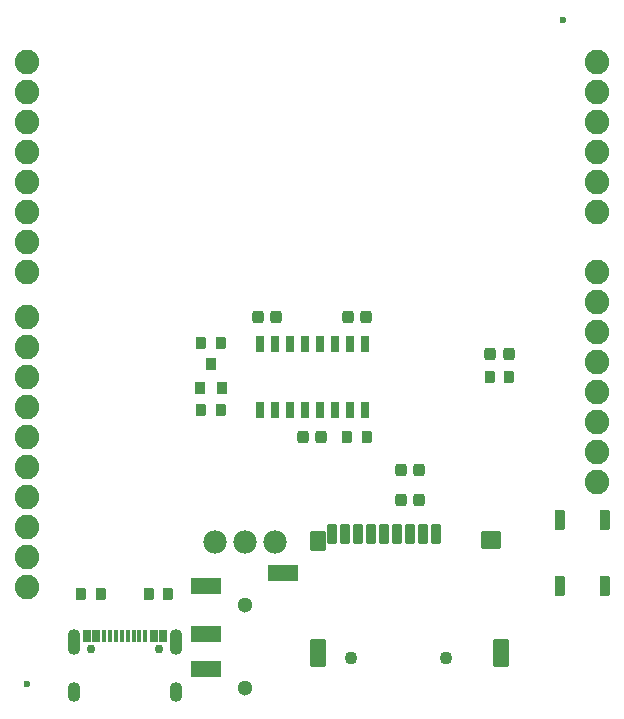
<source format=gts>
%TF.GenerationSoftware,KiCad,Pcbnew,8.0.6*%
%TF.CreationDate,2024-11-21T20:47:19-07:00*%
%TF.ProjectId,SparkFun_Serial_MP3_Player_Shield_MY1690X,53706172-6b46-4756-9e5f-53657269616c,rev?*%
%TF.SameCoordinates,Original*%
%TF.FileFunction,Soldermask,Top*%
%TF.FilePolarity,Negative*%
%FSLAX46Y46*%
G04 Gerber Fmt 4.6, Leading zero omitted, Abs format (unit mm)*
G04 Created by KiCad (PCBNEW 8.0.6) date 2024-11-21 20:47:19*
%MOMM*%
%LPD*%
G01*
G04 APERTURE LIST*
G04 Aperture macros list*
%AMRoundRect*
0 Rectangle with rounded corners*
0 $1 Rounding radius*
0 $2 $3 $4 $5 $6 $7 $8 $9 X,Y pos of 4 corners*
0 Add a 4 corners polygon primitive as box body*
4,1,4,$2,$3,$4,$5,$6,$7,$8,$9,$2,$3,0*
0 Add four circle primitives for the rounded corners*
1,1,$1+$1,$2,$3*
1,1,$1+$1,$4,$5*
1,1,$1+$1,$6,$7*
1,1,$1+$1,$8,$9*
0 Add four rect primitives between the rounded corners*
20,1,$1+$1,$2,$3,$4,$5,0*
20,1,$1+$1,$4,$5,$6,$7,0*
20,1,$1+$1,$6,$7,$8,$9,0*
20,1,$1+$1,$8,$9,$2,$3,0*%
G04 Aperture macros list end*
%ADD10RoundRect,0.050000X-0.381000X-0.762000X0.381000X-0.762000X0.381000X0.762000X-0.381000X0.762000X0*%
%ADD11C,0.600000*%
%ADD12C,1.979600*%
%ADD13C,2.082800*%
%ADD14RoundRect,0.250000X0.250000X0.275000X-0.250000X0.275000X-0.250000X-0.275000X0.250000X-0.275000X0*%
%ADD15RoundRect,0.225000X-0.225000X-0.300000X0.225000X-0.300000X0.225000X0.300000X-0.225000X0.300000X0*%
%ADD16RoundRect,0.050000X-0.300000X-0.600000X0.300000X-0.600000X0.300000X0.600000X-0.300000X0.600000X0*%
%ADD17C,1.300000*%
%ADD18RoundRect,0.050000X1.250000X-0.600000X1.250000X0.600000X-1.250000X0.600000X-1.250000X-0.600000X0*%
%ADD19RoundRect,0.050000X-1.250000X0.600000X-1.250000X-0.600000X1.250000X-0.600000X1.250000X0.600000X0*%
%ADD20RoundRect,0.225000X0.225000X0.300000X-0.225000X0.300000X-0.225000X-0.300000X0.225000X-0.300000X0*%
%ADD21RoundRect,0.050000X-0.400000X-0.450000X0.400000X-0.450000X0.400000X0.450000X-0.400000X0.450000X0*%
%ADD22C,1.100000*%
%ADD23RoundRect,0.050000X0.350000X-0.800000X0.350000X0.800000X-0.350000X0.800000X-0.350000X-0.800000X0*%
%ADD24RoundRect,0.050000X-0.600000X-0.800000X0.600000X-0.800000X0.600000X0.800000X-0.600000X0.800000X0*%
%ADD25RoundRect,0.050000X-0.600000X-1.100000X0.600000X-1.100000X0.600000X1.100000X-0.600000X1.100000X0*%
%ADD26RoundRect,0.050000X-0.800000X-0.700000X0.800000X-0.700000X0.800000X0.700000X-0.800000X0.700000X0*%
%ADD27RoundRect,0.243750X-0.243750X-0.281250X0.243750X-0.281250X0.243750X0.281250X-0.243750X0.281250X0*%
%ADD28RoundRect,0.050000X-0.300000X-0.500000X0.300000X-0.500000X0.300000X0.500000X-0.300000X0.500000X0*%
%ADD29RoundRect,0.050000X0.300000X0.500000X-0.300000X0.500000X-0.300000X-0.500000X0.300000X-0.500000X0*%
%ADD30O,1.100000X1.700000*%
%ADD31O,1.100000X2.200000*%
%ADD32RoundRect,0.050000X0.150000X0.500000X-0.150000X0.500000X-0.150000X-0.500000X0.150000X-0.500000X0*%
%ADD33RoundRect,0.050000X-0.150000X-0.500000X0.150000X-0.500000X0.150000X0.500000X-0.150000X0.500000X0*%
%ADD34C,0.750000*%
%ADD35RoundRect,0.250000X-0.250000X-0.275000X0.250000X-0.275000X0.250000X0.275000X-0.250000X0.275000X0*%
G04 APERTURE END LIST*
D10*
%TO.C,SW1*%
X51435000Y15811500D03*
X51435000Y10223500D03*
X47625000Y15811500D03*
X47625000Y10223500D03*
%TD*%
D11*
%TO.C,FID3*%
X2540000Y1905000D03*
%TD*%
D12*
%TO.C,J3*%
X18415000Y13970000D03*
X20955000Y13970000D03*
X23495000Y13970000D03*
%TD*%
D13*
%TO.C,B1*%
X50800000Y26670000D03*
X50800000Y29210000D03*
X50800000Y41910000D03*
X50800000Y44450000D03*
X50800000Y46990000D03*
X50800000Y49530000D03*
X2540000Y12700000D03*
X50800000Y52070000D03*
X2540000Y10160000D03*
X50800000Y54610000D03*
X2540000Y15240000D03*
X2540000Y54610000D03*
X2540000Y52070000D03*
X2540000Y49530000D03*
X2540000Y46990000D03*
X2540000Y44450000D03*
X2540000Y41910000D03*
X2540000Y39370000D03*
X2540000Y36830000D03*
X2540000Y33020000D03*
X2540000Y30480000D03*
X2540000Y27940000D03*
X2540000Y25400000D03*
X2540000Y22860000D03*
X2540000Y20320000D03*
X2540000Y17780000D03*
X50800000Y34290000D03*
X50800000Y31750000D03*
X50800000Y21590000D03*
X50800000Y19050000D03*
X50800000Y36830000D03*
X50800000Y24130000D03*
%TD*%
D14*
%TO.C,C8*%
X27445000Y22860000D03*
X25895000Y22860000D03*
%TD*%
D15*
%TO.C,R1*%
X17272500Y25082500D03*
X18922500Y25082500D03*
%TD*%
D16*
%TO.C,U2*%
X22225000Y25140000D03*
X23495000Y25140000D03*
X24765000Y25140000D03*
X26035000Y25140000D03*
X27305000Y25140000D03*
X28575000Y25140000D03*
X29845000Y25140000D03*
X31115000Y25140000D03*
X31115000Y30740000D03*
X29845000Y30740000D03*
X28575000Y30740000D03*
X27305000Y30740000D03*
X26035000Y30740000D03*
X24765000Y30740000D03*
X23495000Y30740000D03*
X22225000Y30740000D03*
%TD*%
D14*
%TO.C,C7*%
X31255000Y33020000D03*
X29705000Y33020000D03*
%TD*%
D11*
%TO.C,FID4*%
X47942500Y58102500D03*
%TD*%
D17*
%TO.C,J1*%
X20955000Y1580000D03*
X20955000Y8580000D03*
D18*
X17705000Y6180000D03*
D19*
X17705000Y3180000D03*
D18*
X24205000Y11280000D03*
X17705000Y10180000D03*
%TD*%
D20*
%TO.C,R2*%
X14477500Y9525000D03*
X12827500Y9525000D03*
%TD*%
D15*
%TO.C,R6*%
X29655000Y22860000D03*
X31305000Y22860000D03*
%TD*%
%TO.C,R9*%
X41720000Y27940000D03*
X43370000Y27940000D03*
%TD*%
D21*
%TO.C,Q1*%
X17147500Y26940000D03*
X19047500Y26940000D03*
X18097500Y29040000D03*
%TD*%
D22*
%TO.C,J6*%
X29975000Y4127500D03*
X37975000Y4127500D03*
D23*
X37175000Y14627500D03*
X36075000Y14627500D03*
X34975000Y14627500D03*
X33875000Y14627500D03*
X32775000Y14627500D03*
X31675000Y14627500D03*
X30575000Y14627500D03*
X29475000Y14627500D03*
X28375000Y14627500D03*
D24*
X27175000Y14027500D03*
D25*
X27175000Y4527500D03*
X42675000Y4527500D03*
D26*
X41775000Y14127500D03*
%TD*%
D20*
%TO.C,R4*%
X18922500Y30797500D03*
X17272500Y30797500D03*
%TD*%
D14*
%TO.C,C1*%
X23635000Y33020000D03*
X22085000Y33020000D03*
%TD*%
D27*
%TO.C,D4*%
X41757500Y29845000D03*
X43332500Y29845000D03*
%TD*%
D20*
%TO.C,R3*%
X8762500Y9525000D03*
X7112500Y9525000D03*
%TD*%
D28*
%TO.C,J4*%
X13245000Y6010000D03*
D29*
X8345000Y6010000D03*
D30*
X15113000Y1255000D03*
D31*
X15113000Y5435000D03*
X6477000Y5435000D03*
D30*
X6477000Y1255000D03*
D28*
X14020000Y6010000D03*
D29*
X7570000Y6010000D03*
D32*
X9045000Y6010000D03*
X10045000Y6010000D03*
D33*
X11545000Y6010000D03*
X12545000Y6010000D03*
X12045000Y6010000D03*
X11045000Y6010000D03*
D32*
X10545000Y6010000D03*
X9545000Y6010000D03*
D34*
X13685000Y4905000D03*
X7905000Y4905000D03*
%TD*%
D35*
%TO.C,C3*%
X34150000Y20002500D03*
X35700000Y20002500D03*
%TD*%
%TO.C,C2*%
X34150000Y17462500D03*
X35700000Y17462500D03*
%TD*%
M02*

</source>
